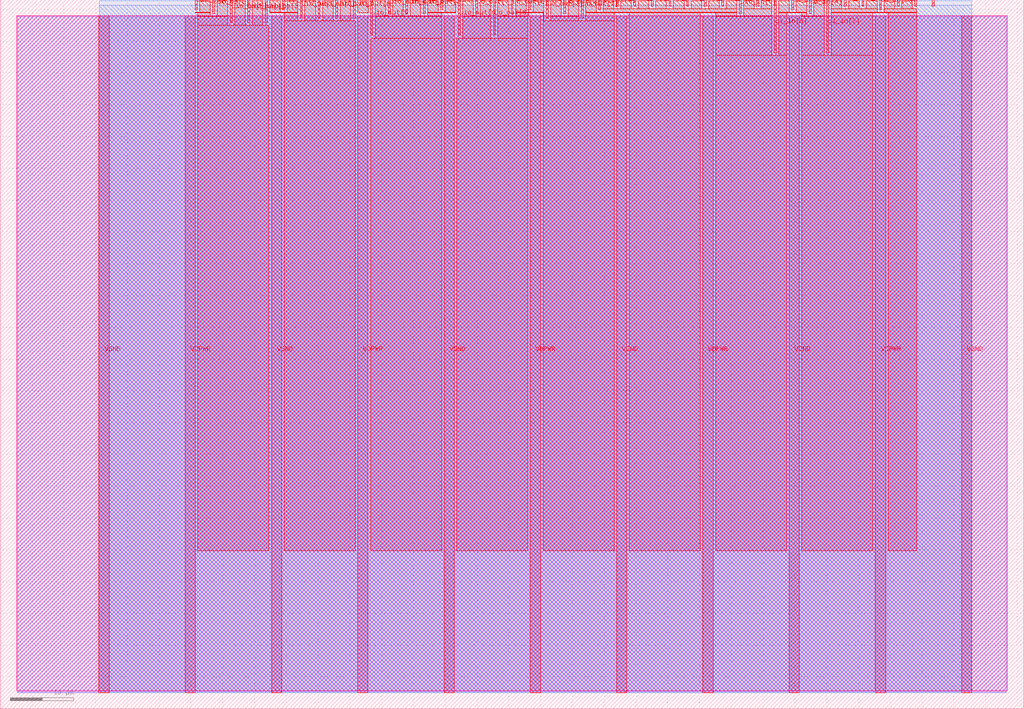
<source format=lef>
VERSION 5.7 ;
  NOWIREEXTENSIONATPIN ON ;
  DIVIDERCHAR "/" ;
  BUSBITCHARS "[]" ;
MACRO tt_um_tiny_pll
  CLASS BLOCK ;
  FOREIGN tt_um_tiny_pll ;
  ORIGIN 0.000 0.000 ;
  SIZE 161.000 BY 111.520 ;
  PIN VGND
    ANTENNAGATEAREA 1949.261108 ;
    ANTENNADIFFAREA 644.832947 ;
    PORT
      LAYER met4 ;
        RECT 15.530 2.480 17.130 109.040 ;
    END
    PORT
      LAYER met4 ;
        RECT 42.670 2.480 44.270 109.040 ;
    END
    PORT
      LAYER met4 ;
        RECT 69.810 2.480 71.410 109.040 ;
    END
    PORT
      LAYER met4 ;
        RECT 96.950 2.480 98.550 109.040 ;
    END
    PORT
      LAYER met4 ;
        RECT 124.090 2.480 125.690 109.040 ;
    END
    PORT
      LAYER met4 ;
        RECT 151.230 2.480 152.830 109.040 ;
    END
  END VGND
  PIN VDPWR
    ANTENNAGATEAREA 1232.291504 ;
    ANTENNADIFFAREA 631.827759 ;
    PORT
      LAYER met4 ;
        RECT 29.100 2.480 30.700 109.040 ;
    END
    PORT
      LAYER met4 ;
        RECT 56.240 2.480 57.840 109.040 ;
    END
    PORT
      LAYER met4 ;
        RECT 83.380 2.480 84.980 109.040 ;
    END
    PORT
      LAYER met4 ;
        RECT 110.520 2.480 112.120 109.040 ;
    END
    PORT
      LAYER met4 ;
        RECT 137.660 2.480 139.260 109.040 ;
    END
  END VDPWR
  PIN clk
    ANTENNAGATEAREA 0.852000 ;
    PORT
      LAYER met4 ;
        RECT 143.830 110.520 144.130 111.520 ;
    END
  END clk
  PIN ena
    PORT
      LAYER met4 ;
        RECT 146.590 110.520 146.890 111.520 ;
    END
  END ena
  PIN rst_n
    ANTENNAGATEAREA 0.990000 ;
    PORT
      LAYER met4 ;
        RECT 141.070 110.520 141.370 111.520 ;
    END
  END rst_n
  PIN ui_in[0]
    ANTENNAGATEAREA 0.247500 ;
    PORT
      LAYER met4 ;
        RECT 138.310 109.980 138.610 111.520 ;
    END
  END ui_in[0]
  PIN ui_in[1]
    ANTENNAGATEAREA 0.247500 ;
    PORT
      LAYER met4 ;
        RECT 135.550 110.520 135.850 111.520 ;
    END
  END ui_in[1]
  PIN ui_in[2]
    ANTENNAGATEAREA 0.247500 ;
    PORT
      LAYER met4 ;
        RECT 132.790 110.520 133.090 111.520 ;
    END
  END ui_in[2]
  PIN ui_in[3]
    ANTENNAGATEAREA 0.247500 ;
    PORT
      LAYER met4 ;
        RECT 130.030 103.180 130.330 111.520 ;
    END
  END ui_in[3]
  PIN ui_in[4]
    ANTENNAGATEAREA 0.495000 ;
    PORT
      LAYER met4 ;
        RECT 127.270 109.300 127.570 111.520 ;
    END
  END ui_in[4]
  PIN ui_in[5]
    ANTENNAGATEAREA 0.495000 ;
    PORT
      LAYER met4 ;
        RECT 124.510 109.980 124.810 111.520 ;
    END
  END ui_in[5]
  PIN ui_in[6]
    ANTENNAGATEAREA 0.495000 ;
    PORT
      LAYER met4 ;
        RECT 121.750 103.180 122.050 111.520 ;
    END
  END ui_in[6]
  PIN ui_in[7]
    ANTENNAGATEAREA 0.495000 ;
    PORT
      LAYER met4 ;
        RECT 118.990 110.520 119.290 111.520 ;
    END
  END ui_in[7]
  PIN uio_in[0]
    ANTENNAGATEAREA 0.852000 ;
    PORT
      LAYER met4 ;
        RECT 116.230 109.300 116.530 111.520 ;
    END
  END uio_in[0]
  PIN uio_in[1]
    PORT
      LAYER met4 ;
        RECT 113.470 110.520 113.770 111.520 ;
    END
  END uio_in[1]
  PIN uio_in[2]
    PORT
      LAYER met4 ;
        RECT 110.710 110.520 111.010 111.520 ;
    END
  END uio_in[2]
  PIN uio_in[3]
    PORT
      LAYER met4 ;
        RECT 107.950 110.520 108.250 111.520 ;
    END
  END uio_in[3]
  PIN uio_in[4]
    PORT
      LAYER met4 ;
        RECT 105.190 110.520 105.490 111.520 ;
    END
  END uio_in[4]
  PIN uio_in[5]
    PORT
      LAYER met4 ;
        RECT 102.430 110.520 102.730 111.520 ;
    END
  END uio_in[5]
  PIN uio_in[6]
    PORT
      LAYER met4 ;
        RECT 99.670 110.520 99.970 111.520 ;
    END
  END uio_in[6]
  PIN uio_in[7]
    PORT
      LAYER met4 ;
        RECT 96.910 110.520 97.210 111.520 ;
    END
  END uio_in[7]
  PIN uio_oe[0]
    PORT
      LAYER met4 ;
        RECT 49.990 108.620 50.290 111.520 ;
    END
  END uio_oe[0]
  PIN uio_oe[1]
    ANTENNADIFFAREA 0.891000 ;
    PORT
      LAYER met4 ;
        RECT 47.230 108.620 47.530 111.520 ;
    END
  END uio_oe[1]
  PIN uio_oe[2]
    ANTENNADIFFAREA 0.891000 ;
    PORT
      LAYER met4 ;
        RECT 44.470 109.980 44.770 111.520 ;
    END
  END uio_oe[2]
  PIN uio_oe[3]
    ANTENNADIFFAREA 0.891000 ;
    PORT
      LAYER met4 ;
        RECT 41.710 107.940 42.010 111.520 ;
    END
  END uio_oe[3]
  PIN uio_oe[4]
    ANTENNADIFFAREA 0.891000 ;
    PORT
      LAYER met4 ;
        RECT 38.950 107.940 39.250 111.520 ;
    END
  END uio_oe[4]
  PIN uio_oe[5]
    ANTENNADIFFAREA 0.891000 ;
    PORT
      LAYER met4 ;
        RECT 36.190 107.940 36.490 111.520 ;
    END
  END uio_oe[5]
  PIN uio_oe[6]
    ANTENNADIFFAREA 0.891000 ;
    PORT
      LAYER met4 ;
        RECT 33.430 109.300 33.730 111.520 ;
    END
  END uio_oe[6]
  PIN uio_oe[7]
    ANTENNADIFFAREA 0.891000 ;
    PORT
      LAYER met4 ;
        RECT 30.670 109.980 30.970 111.520 ;
    END
  END uio_oe[7]
  PIN uio_out[0]
    ANTENNADIFFAREA 0.891000 ;
    PORT
      LAYER met4 ;
        RECT 72.070 105.900 72.370 111.520 ;
    END
  END uio_out[0]
  PIN uio_out[1]
    ANTENNADIFFAREA 0.891000 ;
    PORT
      LAYER met4 ;
        RECT 69.310 109.980 69.610 111.520 ;
    END
  END uio_out[1]
  PIN uio_out[2]
    ANTENNADIFFAREA 0.891000 ;
    PORT
      LAYER met4 ;
        RECT 66.550 109.300 66.850 111.520 ;
    END
  END uio_out[2]
  PIN uio_out[3]
    ANTENNADIFFAREA 0.891000 ;
    PORT
      LAYER met4 ;
        RECT 63.790 109.300 64.090 111.520 ;
    END
  END uio_out[3]
  PIN uio_out[4]
    ANTENNADIFFAREA 0.891000 ;
    PORT
      LAYER met4 ;
        RECT 61.030 109.300 61.330 111.520 ;
    END
  END uio_out[4]
  PIN uio_out[5]
    ANTENNADIFFAREA 0.891000 ;
    PORT
      LAYER met4 ;
        RECT 58.270 105.900 58.570 111.520 ;
    END
  END uio_out[5]
  PIN uio_out[6]
    ANTENNADIFFAREA 0.891000 ;
    PORT
      LAYER met4 ;
        RECT 55.510 108.620 55.810 111.520 ;
    END
  END uio_out[6]
  PIN uio_out[7]
    ANTENNADIFFAREA 0.891000 ;
    PORT
      LAYER met4 ;
        RECT 52.750 108.620 53.050 111.520 ;
    END
  END uio_out[7]
  PIN uo_out[0]
    ANTENNADIFFAREA 0.340600 ;
    PORT
      LAYER met4 ;
        RECT 94.150 109.980 94.450 111.520 ;
    END
  END uo_out[0]
  PIN uo_out[1]
    ANTENNADIFFAREA 0.340600 ;
    PORT
      LAYER met4 ;
        RECT 91.390 108.620 91.690 111.520 ;
    END
  END uo_out[1]
  PIN uo_out[2]
    ANTENNADIFFAREA 0.340600 ;
    PORT
      LAYER met4 ;
        RECT 88.630 109.300 88.930 111.520 ;
    END
  END uo_out[2]
  PIN uo_out[3]
    ANTENNADIFFAREA 0.340600 ;
    PORT
      LAYER met4 ;
        RECT 85.870 108.620 86.170 111.520 ;
    END
  END uo_out[3]
  PIN uo_out[4]
    ANTENNADIFFAREA 0.340600 ;
    PORT
      LAYER met4 ;
        RECT 83.110 109.980 83.410 111.520 ;
    END
  END uo_out[4]
  PIN uo_out[5]
    ANTENNADIFFAREA 0.891000 ;
    PORT
      LAYER met4 ;
        RECT 80.350 109.300 80.650 111.520 ;
    END
  END uo_out[5]
  PIN uo_out[6]
    ANTENNADIFFAREA 0.891000 ;
    PORT
      LAYER met4 ;
        RECT 77.590 105.900 77.890 111.520 ;
    END
  END uo_out[6]
  PIN uo_out[7]
    ANTENNADIFFAREA 0.891000 ;
    PORT
      LAYER met4 ;
        RECT 74.830 109.300 75.130 111.520 ;
    END
  END uo_out[7]
  OBS
      LAYER nwell ;
        RECT 2.570 2.825 158.430 108.990 ;
      LAYER li1 ;
        RECT 2.760 2.635 158.240 108.885 ;
      LAYER met1 ;
        RECT 2.760 2.480 158.240 109.040 ;
      LAYER met2 ;
        RECT 15.560 2.535 152.800 110.685 ;
      LAYER met3 ;
        RECT 15.540 2.555 152.820 111.340 ;
      LAYER met4 ;
        RECT 31.370 109.580 33.030 111.345 ;
        RECT 30.655 109.440 33.030 109.580 ;
        RECT 31.100 108.900 33.030 109.440 ;
        RECT 34.130 108.900 35.790 111.345 ;
        RECT 31.100 107.540 35.790 108.900 ;
        RECT 36.890 107.540 38.550 111.345 ;
        RECT 39.650 107.540 41.310 111.345 ;
        RECT 42.410 109.580 44.070 111.345 ;
        RECT 45.170 109.580 46.830 111.345 ;
        RECT 42.410 109.440 46.830 109.580 ;
        RECT 44.670 108.220 46.830 109.440 ;
        RECT 47.930 108.220 49.590 111.345 ;
        RECT 50.690 108.220 52.350 111.345 ;
        RECT 53.450 108.220 55.110 111.345 ;
        RECT 56.210 109.440 57.870 111.345 ;
        RECT 58.970 108.900 60.630 111.345 ;
        RECT 61.730 108.900 63.390 111.345 ;
        RECT 64.490 108.900 66.150 111.345 ;
        RECT 67.250 109.580 68.910 111.345 ;
        RECT 70.010 109.580 71.670 111.345 ;
        RECT 67.250 109.440 71.670 109.580 ;
        RECT 67.250 108.900 69.410 109.440 ;
        RECT 31.100 24.840 42.270 107.540 ;
        RECT 44.670 24.840 55.840 108.220 ;
        RECT 58.970 105.500 69.410 108.900 ;
        RECT 72.770 108.900 74.430 111.345 ;
        RECT 75.530 108.900 77.190 111.345 ;
        RECT 72.770 105.500 77.190 108.900 ;
        RECT 78.290 108.900 79.950 111.345 ;
        RECT 81.050 109.580 82.710 111.345 ;
        RECT 83.810 109.580 85.470 111.345 ;
        RECT 81.050 109.440 85.470 109.580 ;
        RECT 81.050 108.900 82.980 109.440 ;
        RECT 78.290 105.500 82.980 108.900 ;
        RECT 58.240 24.840 69.410 105.500 ;
        RECT 71.810 24.840 82.980 105.500 ;
        RECT 85.380 108.220 85.470 109.440 ;
        RECT 86.570 108.900 88.230 111.345 ;
        RECT 89.330 108.900 90.990 111.345 ;
        RECT 86.570 108.220 90.990 108.900 ;
        RECT 92.090 109.580 93.750 111.345 ;
        RECT 94.850 110.120 96.510 111.345 ;
        RECT 97.610 110.120 99.270 111.345 ;
        RECT 100.370 110.120 102.030 111.345 ;
        RECT 103.130 110.120 104.790 111.345 ;
        RECT 105.890 110.120 107.550 111.345 ;
        RECT 108.650 110.120 110.310 111.345 ;
        RECT 111.410 110.120 113.070 111.345 ;
        RECT 114.170 110.120 115.830 111.345 ;
        RECT 94.850 109.580 115.830 110.120 ;
        RECT 92.090 109.440 115.830 109.580 ;
        RECT 92.090 108.220 96.550 109.440 ;
        RECT 85.380 24.840 96.550 108.220 ;
        RECT 98.950 24.840 110.120 109.440 ;
        RECT 112.520 108.900 115.830 109.440 ;
        RECT 116.930 110.120 118.590 111.345 ;
        RECT 119.690 110.120 121.350 111.345 ;
        RECT 116.930 108.900 121.350 110.120 ;
        RECT 112.520 102.780 121.350 108.900 ;
        RECT 122.450 109.580 124.110 111.345 ;
        RECT 125.210 109.580 126.870 111.345 ;
        RECT 122.450 109.440 126.870 109.580 ;
        RECT 122.450 102.780 123.690 109.440 ;
        RECT 112.520 24.840 123.690 102.780 ;
        RECT 126.090 108.900 126.870 109.440 ;
        RECT 127.970 108.900 129.630 111.345 ;
        RECT 126.090 102.780 129.630 108.900 ;
        RECT 130.730 110.120 132.390 111.345 ;
        RECT 133.490 110.120 135.150 111.345 ;
        RECT 136.250 110.120 137.910 111.345 ;
        RECT 130.730 109.580 137.910 110.120 ;
        RECT 139.010 110.120 140.670 111.345 ;
        RECT 141.770 110.120 143.430 111.345 ;
        RECT 139.010 109.580 144.145 110.120 ;
        RECT 130.730 109.440 144.145 109.580 ;
        RECT 130.730 102.780 137.260 109.440 ;
        RECT 126.090 24.840 137.260 102.780 ;
        RECT 139.660 24.840 144.145 109.440 ;
  END
END tt_um_tiny_pll
END LIBRARY


</source>
